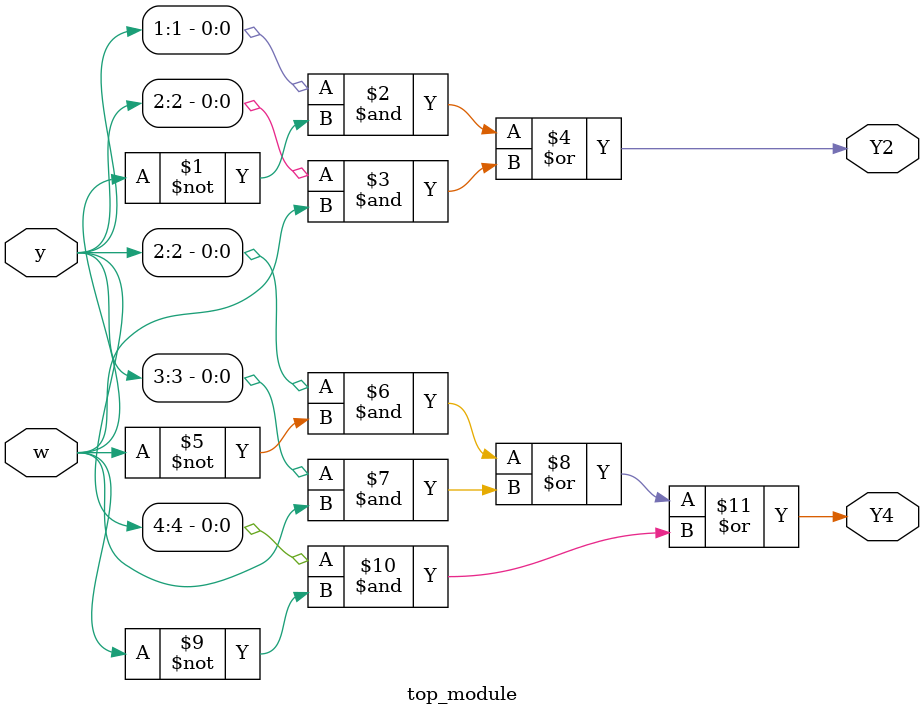
<source format=sv>
module top_module (
    input [6:1] y,
    input w,
    output Y2,
    output Y4
);

// Derive the next-state logic for y[2] and y[4]
assign Y2 = (y[1] & ~w) | (y[2] & w);
assign Y4 = (y[2] & ~w) | (y[3] & w) | (y[4] & ~w);

endmodule

</source>
